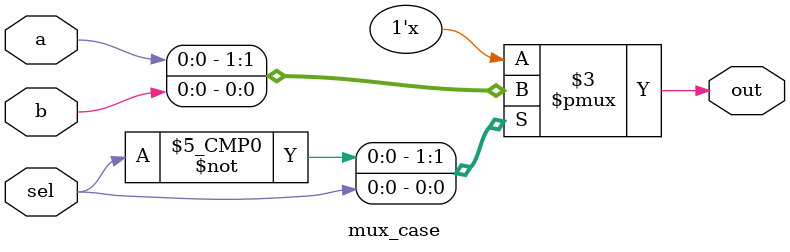
<source format=v>
module mux_case(
    input a,
    input b,
    input sel,
    output reg out
);

    always @ (a or b or sel) begin
        case (sel)
            0 : out = a;
            1 : out = b;
        endcase
    end

    initial begin
        $display("mux_case is instantiated");
    end

endmodule

</source>
